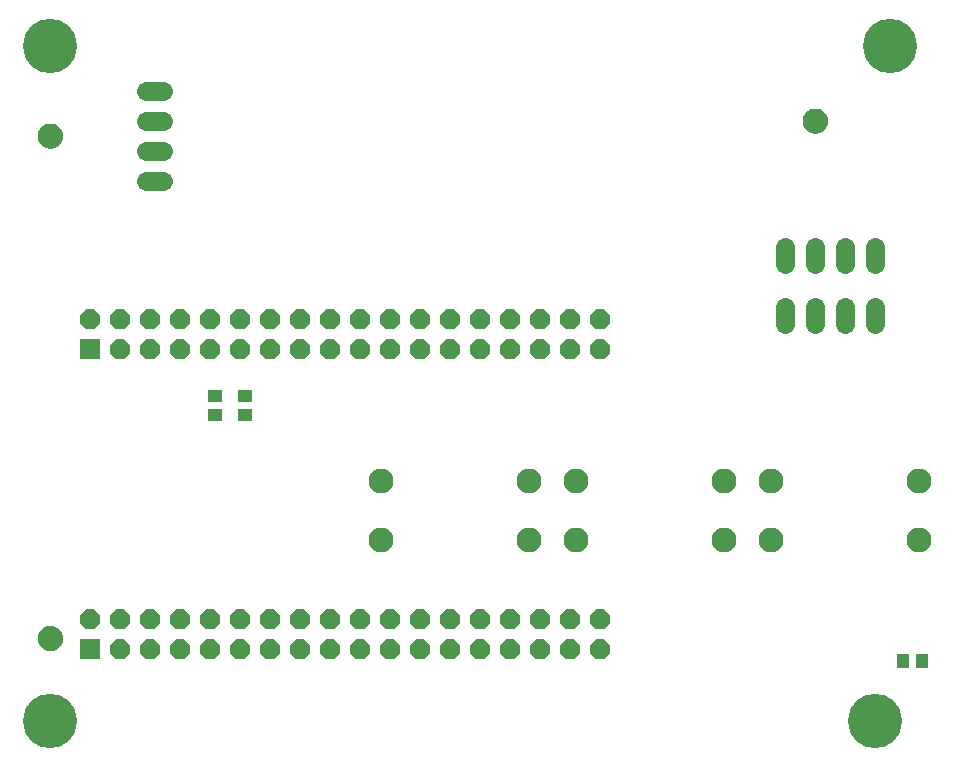
<source format=gbr>
G04 EAGLE Gerber RS-274X export*
G75*
%MOMM*%
%FSLAX34Y34*%
%LPD*%
%INSoldermask Top*%
%IPPOS*%
%AMOC8*
5,1,8,0,0,1.08239X$1,22.5*%
G01*
%ADD10C,0.609600*%
%ADD11C,1.168400*%
%ADD12C,4.597400*%
%ADD13R,1.183641X1.102359*%
%ADD14R,1.102359X1.183641*%
%ADD15C,2.112400*%
%ADD16R,1.676400X1.676400*%
%ADD17P,1.814519X8X22.500000*%
%ADD18C,1.574800*%


D10*
X55880Y539750D02*
X55882Y539937D01*
X55889Y540124D01*
X55901Y540311D01*
X55917Y540497D01*
X55937Y540683D01*
X55962Y540868D01*
X55992Y541053D01*
X56026Y541237D01*
X56065Y541420D01*
X56108Y541602D01*
X56156Y541782D01*
X56208Y541962D01*
X56265Y542140D01*
X56325Y542317D01*
X56391Y542492D01*
X56460Y542666D01*
X56534Y542838D01*
X56612Y543008D01*
X56694Y543176D01*
X56780Y543342D01*
X56870Y543506D01*
X56964Y543667D01*
X57062Y543827D01*
X57164Y543983D01*
X57270Y544138D01*
X57380Y544289D01*
X57493Y544438D01*
X57610Y544584D01*
X57730Y544727D01*
X57854Y544867D01*
X57981Y545004D01*
X58112Y545138D01*
X58246Y545269D01*
X58383Y545396D01*
X58523Y545520D01*
X58666Y545640D01*
X58812Y545757D01*
X58961Y545870D01*
X59112Y545980D01*
X59267Y546086D01*
X59423Y546188D01*
X59583Y546286D01*
X59744Y546380D01*
X59908Y546470D01*
X60074Y546556D01*
X60242Y546638D01*
X60412Y546716D01*
X60584Y546790D01*
X60758Y546859D01*
X60933Y546925D01*
X61110Y546985D01*
X61288Y547042D01*
X61468Y547094D01*
X61648Y547142D01*
X61830Y547185D01*
X62013Y547224D01*
X62197Y547258D01*
X62382Y547288D01*
X62567Y547313D01*
X62753Y547333D01*
X62939Y547349D01*
X63126Y547361D01*
X63313Y547368D01*
X63500Y547370D01*
X63687Y547368D01*
X63874Y547361D01*
X64061Y547349D01*
X64247Y547333D01*
X64433Y547313D01*
X64618Y547288D01*
X64803Y547258D01*
X64987Y547224D01*
X65170Y547185D01*
X65352Y547142D01*
X65532Y547094D01*
X65712Y547042D01*
X65890Y546985D01*
X66067Y546925D01*
X66242Y546859D01*
X66416Y546790D01*
X66588Y546716D01*
X66758Y546638D01*
X66926Y546556D01*
X67092Y546470D01*
X67256Y546380D01*
X67417Y546286D01*
X67577Y546188D01*
X67733Y546086D01*
X67888Y545980D01*
X68039Y545870D01*
X68188Y545757D01*
X68334Y545640D01*
X68477Y545520D01*
X68617Y545396D01*
X68754Y545269D01*
X68888Y545138D01*
X69019Y545004D01*
X69146Y544867D01*
X69270Y544727D01*
X69390Y544584D01*
X69507Y544438D01*
X69620Y544289D01*
X69730Y544138D01*
X69836Y543983D01*
X69938Y543827D01*
X70036Y543667D01*
X70130Y543506D01*
X70220Y543342D01*
X70306Y543176D01*
X70388Y543008D01*
X70466Y542838D01*
X70540Y542666D01*
X70609Y542492D01*
X70675Y542317D01*
X70735Y542140D01*
X70792Y541962D01*
X70844Y541782D01*
X70892Y541602D01*
X70935Y541420D01*
X70974Y541237D01*
X71008Y541053D01*
X71038Y540868D01*
X71063Y540683D01*
X71083Y540497D01*
X71099Y540311D01*
X71111Y540124D01*
X71118Y539937D01*
X71120Y539750D01*
X71118Y539563D01*
X71111Y539376D01*
X71099Y539189D01*
X71083Y539003D01*
X71063Y538817D01*
X71038Y538632D01*
X71008Y538447D01*
X70974Y538263D01*
X70935Y538080D01*
X70892Y537898D01*
X70844Y537718D01*
X70792Y537538D01*
X70735Y537360D01*
X70675Y537183D01*
X70609Y537008D01*
X70540Y536834D01*
X70466Y536662D01*
X70388Y536492D01*
X70306Y536324D01*
X70220Y536158D01*
X70130Y535994D01*
X70036Y535833D01*
X69938Y535673D01*
X69836Y535517D01*
X69730Y535362D01*
X69620Y535211D01*
X69507Y535062D01*
X69390Y534916D01*
X69270Y534773D01*
X69146Y534633D01*
X69019Y534496D01*
X68888Y534362D01*
X68754Y534231D01*
X68617Y534104D01*
X68477Y533980D01*
X68334Y533860D01*
X68188Y533743D01*
X68039Y533630D01*
X67888Y533520D01*
X67733Y533414D01*
X67577Y533312D01*
X67417Y533214D01*
X67256Y533120D01*
X67092Y533030D01*
X66926Y532944D01*
X66758Y532862D01*
X66588Y532784D01*
X66416Y532710D01*
X66242Y532641D01*
X66067Y532575D01*
X65890Y532515D01*
X65712Y532458D01*
X65532Y532406D01*
X65352Y532358D01*
X65170Y532315D01*
X64987Y532276D01*
X64803Y532242D01*
X64618Y532212D01*
X64433Y532187D01*
X64247Y532167D01*
X64061Y532151D01*
X63874Y532139D01*
X63687Y532132D01*
X63500Y532130D01*
X63313Y532132D01*
X63126Y532139D01*
X62939Y532151D01*
X62753Y532167D01*
X62567Y532187D01*
X62382Y532212D01*
X62197Y532242D01*
X62013Y532276D01*
X61830Y532315D01*
X61648Y532358D01*
X61468Y532406D01*
X61288Y532458D01*
X61110Y532515D01*
X60933Y532575D01*
X60758Y532641D01*
X60584Y532710D01*
X60412Y532784D01*
X60242Y532862D01*
X60074Y532944D01*
X59908Y533030D01*
X59744Y533120D01*
X59583Y533214D01*
X59423Y533312D01*
X59267Y533414D01*
X59112Y533520D01*
X58961Y533630D01*
X58812Y533743D01*
X58666Y533860D01*
X58523Y533980D01*
X58383Y534104D01*
X58246Y534231D01*
X58112Y534362D01*
X57981Y534496D01*
X57854Y534633D01*
X57730Y534773D01*
X57610Y534916D01*
X57493Y535062D01*
X57380Y535211D01*
X57270Y535362D01*
X57164Y535517D01*
X57062Y535673D01*
X56964Y535833D01*
X56870Y535994D01*
X56780Y536158D01*
X56694Y536324D01*
X56612Y536492D01*
X56534Y536662D01*
X56460Y536834D01*
X56391Y537008D01*
X56325Y537183D01*
X56265Y537360D01*
X56208Y537538D01*
X56156Y537718D01*
X56108Y537898D01*
X56065Y538080D01*
X56026Y538263D01*
X55992Y538447D01*
X55962Y538632D01*
X55937Y538817D01*
X55917Y539003D01*
X55901Y539189D01*
X55889Y539376D01*
X55882Y539563D01*
X55880Y539750D01*
D11*
X63500Y539750D03*
D10*
X55880Y114300D02*
X55882Y114487D01*
X55889Y114674D01*
X55901Y114861D01*
X55917Y115047D01*
X55937Y115233D01*
X55962Y115418D01*
X55992Y115603D01*
X56026Y115787D01*
X56065Y115970D01*
X56108Y116152D01*
X56156Y116332D01*
X56208Y116512D01*
X56265Y116690D01*
X56325Y116867D01*
X56391Y117042D01*
X56460Y117216D01*
X56534Y117388D01*
X56612Y117558D01*
X56694Y117726D01*
X56780Y117892D01*
X56870Y118056D01*
X56964Y118217D01*
X57062Y118377D01*
X57164Y118533D01*
X57270Y118688D01*
X57380Y118839D01*
X57493Y118988D01*
X57610Y119134D01*
X57730Y119277D01*
X57854Y119417D01*
X57981Y119554D01*
X58112Y119688D01*
X58246Y119819D01*
X58383Y119946D01*
X58523Y120070D01*
X58666Y120190D01*
X58812Y120307D01*
X58961Y120420D01*
X59112Y120530D01*
X59267Y120636D01*
X59423Y120738D01*
X59583Y120836D01*
X59744Y120930D01*
X59908Y121020D01*
X60074Y121106D01*
X60242Y121188D01*
X60412Y121266D01*
X60584Y121340D01*
X60758Y121409D01*
X60933Y121475D01*
X61110Y121535D01*
X61288Y121592D01*
X61468Y121644D01*
X61648Y121692D01*
X61830Y121735D01*
X62013Y121774D01*
X62197Y121808D01*
X62382Y121838D01*
X62567Y121863D01*
X62753Y121883D01*
X62939Y121899D01*
X63126Y121911D01*
X63313Y121918D01*
X63500Y121920D01*
X63687Y121918D01*
X63874Y121911D01*
X64061Y121899D01*
X64247Y121883D01*
X64433Y121863D01*
X64618Y121838D01*
X64803Y121808D01*
X64987Y121774D01*
X65170Y121735D01*
X65352Y121692D01*
X65532Y121644D01*
X65712Y121592D01*
X65890Y121535D01*
X66067Y121475D01*
X66242Y121409D01*
X66416Y121340D01*
X66588Y121266D01*
X66758Y121188D01*
X66926Y121106D01*
X67092Y121020D01*
X67256Y120930D01*
X67417Y120836D01*
X67577Y120738D01*
X67733Y120636D01*
X67888Y120530D01*
X68039Y120420D01*
X68188Y120307D01*
X68334Y120190D01*
X68477Y120070D01*
X68617Y119946D01*
X68754Y119819D01*
X68888Y119688D01*
X69019Y119554D01*
X69146Y119417D01*
X69270Y119277D01*
X69390Y119134D01*
X69507Y118988D01*
X69620Y118839D01*
X69730Y118688D01*
X69836Y118533D01*
X69938Y118377D01*
X70036Y118217D01*
X70130Y118056D01*
X70220Y117892D01*
X70306Y117726D01*
X70388Y117558D01*
X70466Y117388D01*
X70540Y117216D01*
X70609Y117042D01*
X70675Y116867D01*
X70735Y116690D01*
X70792Y116512D01*
X70844Y116332D01*
X70892Y116152D01*
X70935Y115970D01*
X70974Y115787D01*
X71008Y115603D01*
X71038Y115418D01*
X71063Y115233D01*
X71083Y115047D01*
X71099Y114861D01*
X71111Y114674D01*
X71118Y114487D01*
X71120Y114300D01*
X71118Y114113D01*
X71111Y113926D01*
X71099Y113739D01*
X71083Y113553D01*
X71063Y113367D01*
X71038Y113182D01*
X71008Y112997D01*
X70974Y112813D01*
X70935Y112630D01*
X70892Y112448D01*
X70844Y112268D01*
X70792Y112088D01*
X70735Y111910D01*
X70675Y111733D01*
X70609Y111558D01*
X70540Y111384D01*
X70466Y111212D01*
X70388Y111042D01*
X70306Y110874D01*
X70220Y110708D01*
X70130Y110544D01*
X70036Y110383D01*
X69938Y110223D01*
X69836Y110067D01*
X69730Y109912D01*
X69620Y109761D01*
X69507Y109612D01*
X69390Y109466D01*
X69270Y109323D01*
X69146Y109183D01*
X69019Y109046D01*
X68888Y108912D01*
X68754Y108781D01*
X68617Y108654D01*
X68477Y108530D01*
X68334Y108410D01*
X68188Y108293D01*
X68039Y108180D01*
X67888Y108070D01*
X67733Y107964D01*
X67577Y107862D01*
X67417Y107764D01*
X67256Y107670D01*
X67092Y107580D01*
X66926Y107494D01*
X66758Y107412D01*
X66588Y107334D01*
X66416Y107260D01*
X66242Y107191D01*
X66067Y107125D01*
X65890Y107065D01*
X65712Y107008D01*
X65532Y106956D01*
X65352Y106908D01*
X65170Y106865D01*
X64987Y106826D01*
X64803Y106792D01*
X64618Y106762D01*
X64433Y106737D01*
X64247Y106717D01*
X64061Y106701D01*
X63874Y106689D01*
X63687Y106682D01*
X63500Y106680D01*
X63313Y106682D01*
X63126Y106689D01*
X62939Y106701D01*
X62753Y106717D01*
X62567Y106737D01*
X62382Y106762D01*
X62197Y106792D01*
X62013Y106826D01*
X61830Y106865D01*
X61648Y106908D01*
X61468Y106956D01*
X61288Y107008D01*
X61110Y107065D01*
X60933Y107125D01*
X60758Y107191D01*
X60584Y107260D01*
X60412Y107334D01*
X60242Y107412D01*
X60074Y107494D01*
X59908Y107580D01*
X59744Y107670D01*
X59583Y107764D01*
X59423Y107862D01*
X59267Y107964D01*
X59112Y108070D01*
X58961Y108180D01*
X58812Y108293D01*
X58666Y108410D01*
X58523Y108530D01*
X58383Y108654D01*
X58246Y108781D01*
X58112Y108912D01*
X57981Y109046D01*
X57854Y109183D01*
X57730Y109323D01*
X57610Y109466D01*
X57493Y109612D01*
X57380Y109761D01*
X57270Y109912D01*
X57164Y110067D01*
X57062Y110223D01*
X56964Y110383D01*
X56870Y110544D01*
X56780Y110708D01*
X56694Y110874D01*
X56612Y111042D01*
X56534Y111212D01*
X56460Y111384D01*
X56391Y111558D01*
X56325Y111733D01*
X56265Y111910D01*
X56208Y112088D01*
X56156Y112268D01*
X56108Y112448D01*
X56065Y112630D01*
X56026Y112813D01*
X55992Y112997D01*
X55962Y113182D01*
X55937Y113367D01*
X55917Y113553D01*
X55901Y113739D01*
X55889Y113926D01*
X55882Y114113D01*
X55880Y114300D01*
D11*
X63500Y114300D03*
D10*
X703580Y552450D02*
X703582Y552637D01*
X703589Y552824D01*
X703601Y553011D01*
X703617Y553197D01*
X703637Y553383D01*
X703662Y553568D01*
X703692Y553753D01*
X703726Y553937D01*
X703765Y554120D01*
X703808Y554302D01*
X703856Y554482D01*
X703908Y554662D01*
X703965Y554840D01*
X704025Y555017D01*
X704091Y555192D01*
X704160Y555366D01*
X704234Y555538D01*
X704312Y555708D01*
X704394Y555876D01*
X704480Y556042D01*
X704570Y556206D01*
X704664Y556367D01*
X704762Y556527D01*
X704864Y556683D01*
X704970Y556838D01*
X705080Y556989D01*
X705193Y557138D01*
X705310Y557284D01*
X705430Y557427D01*
X705554Y557567D01*
X705681Y557704D01*
X705812Y557838D01*
X705946Y557969D01*
X706083Y558096D01*
X706223Y558220D01*
X706366Y558340D01*
X706512Y558457D01*
X706661Y558570D01*
X706812Y558680D01*
X706967Y558786D01*
X707123Y558888D01*
X707283Y558986D01*
X707444Y559080D01*
X707608Y559170D01*
X707774Y559256D01*
X707942Y559338D01*
X708112Y559416D01*
X708284Y559490D01*
X708458Y559559D01*
X708633Y559625D01*
X708810Y559685D01*
X708988Y559742D01*
X709168Y559794D01*
X709348Y559842D01*
X709530Y559885D01*
X709713Y559924D01*
X709897Y559958D01*
X710082Y559988D01*
X710267Y560013D01*
X710453Y560033D01*
X710639Y560049D01*
X710826Y560061D01*
X711013Y560068D01*
X711200Y560070D01*
X711387Y560068D01*
X711574Y560061D01*
X711761Y560049D01*
X711947Y560033D01*
X712133Y560013D01*
X712318Y559988D01*
X712503Y559958D01*
X712687Y559924D01*
X712870Y559885D01*
X713052Y559842D01*
X713232Y559794D01*
X713412Y559742D01*
X713590Y559685D01*
X713767Y559625D01*
X713942Y559559D01*
X714116Y559490D01*
X714288Y559416D01*
X714458Y559338D01*
X714626Y559256D01*
X714792Y559170D01*
X714956Y559080D01*
X715117Y558986D01*
X715277Y558888D01*
X715433Y558786D01*
X715588Y558680D01*
X715739Y558570D01*
X715888Y558457D01*
X716034Y558340D01*
X716177Y558220D01*
X716317Y558096D01*
X716454Y557969D01*
X716588Y557838D01*
X716719Y557704D01*
X716846Y557567D01*
X716970Y557427D01*
X717090Y557284D01*
X717207Y557138D01*
X717320Y556989D01*
X717430Y556838D01*
X717536Y556683D01*
X717638Y556527D01*
X717736Y556367D01*
X717830Y556206D01*
X717920Y556042D01*
X718006Y555876D01*
X718088Y555708D01*
X718166Y555538D01*
X718240Y555366D01*
X718309Y555192D01*
X718375Y555017D01*
X718435Y554840D01*
X718492Y554662D01*
X718544Y554482D01*
X718592Y554302D01*
X718635Y554120D01*
X718674Y553937D01*
X718708Y553753D01*
X718738Y553568D01*
X718763Y553383D01*
X718783Y553197D01*
X718799Y553011D01*
X718811Y552824D01*
X718818Y552637D01*
X718820Y552450D01*
X718818Y552263D01*
X718811Y552076D01*
X718799Y551889D01*
X718783Y551703D01*
X718763Y551517D01*
X718738Y551332D01*
X718708Y551147D01*
X718674Y550963D01*
X718635Y550780D01*
X718592Y550598D01*
X718544Y550418D01*
X718492Y550238D01*
X718435Y550060D01*
X718375Y549883D01*
X718309Y549708D01*
X718240Y549534D01*
X718166Y549362D01*
X718088Y549192D01*
X718006Y549024D01*
X717920Y548858D01*
X717830Y548694D01*
X717736Y548533D01*
X717638Y548373D01*
X717536Y548217D01*
X717430Y548062D01*
X717320Y547911D01*
X717207Y547762D01*
X717090Y547616D01*
X716970Y547473D01*
X716846Y547333D01*
X716719Y547196D01*
X716588Y547062D01*
X716454Y546931D01*
X716317Y546804D01*
X716177Y546680D01*
X716034Y546560D01*
X715888Y546443D01*
X715739Y546330D01*
X715588Y546220D01*
X715433Y546114D01*
X715277Y546012D01*
X715117Y545914D01*
X714956Y545820D01*
X714792Y545730D01*
X714626Y545644D01*
X714458Y545562D01*
X714288Y545484D01*
X714116Y545410D01*
X713942Y545341D01*
X713767Y545275D01*
X713590Y545215D01*
X713412Y545158D01*
X713232Y545106D01*
X713052Y545058D01*
X712870Y545015D01*
X712687Y544976D01*
X712503Y544942D01*
X712318Y544912D01*
X712133Y544887D01*
X711947Y544867D01*
X711761Y544851D01*
X711574Y544839D01*
X711387Y544832D01*
X711200Y544830D01*
X711013Y544832D01*
X710826Y544839D01*
X710639Y544851D01*
X710453Y544867D01*
X710267Y544887D01*
X710082Y544912D01*
X709897Y544942D01*
X709713Y544976D01*
X709530Y545015D01*
X709348Y545058D01*
X709168Y545106D01*
X708988Y545158D01*
X708810Y545215D01*
X708633Y545275D01*
X708458Y545341D01*
X708284Y545410D01*
X708112Y545484D01*
X707942Y545562D01*
X707774Y545644D01*
X707608Y545730D01*
X707444Y545820D01*
X707283Y545914D01*
X707123Y546012D01*
X706967Y546114D01*
X706812Y546220D01*
X706661Y546330D01*
X706512Y546443D01*
X706366Y546560D01*
X706223Y546680D01*
X706083Y546804D01*
X705946Y546931D01*
X705812Y547062D01*
X705681Y547196D01*
X705554Y547333D01*
X705430Y547473D01*
X705310Y547616D01*
X705193Y547762D01*
X705080Y547911D01*
X704970Y548062D01*
X704864Y548217D01*
X704762Y548373D01*
X704664Y548533D01*
X704570Y548694D01*
X704480Y548858D01*
X704394Y549024D01*
X704312Y549192D01*
X704234Y549362D01*
X704160Y549534D01*
X704091Y549708D01*
X704025Y549883D01*
X703965Y550060D01*
X703908Y550238D01*
X703856Y550418D01*
X703808Y550598D01*
X703765Y550780D01*
X703726Y550963D01*
X703692Y551147D01*
X703662Y551332D01*
X703637Y551517D01*
X703617Y551703D01*
X703601Y551889D01*
X703589Y552076D01*
X703582Y552263D01*
X703580Y552450D01*
D11*
X711200Y552450D03*
D12*
X762000Y44450D03*
X63500Y44450D03*
X774700Y615950D03*
X63500Y615950D03*
D13*
X228600Y319151D03*
X228600Y303149D03*
X203200Y319151D03*
X203200Y303149D03*
D14*
X785749Y95250D03*
X801751Y95250D03*
D15*
X799100Y197250D03*
X799100Y247250D03*
X674100Y247250D03*
X674100Y197250D03*
X634000Y197250D03*
X634000Y247250D03*
X509000Y247250D03*
X509000Y197250D03*
X468900Y197250D03*
X468900Y247250D03*
X343900Y247250D03*
X343900Y197250D03*
D16*
X97200Y105150D03*
D17*
X97200Y130550D03*
X122600Y105150D03*
X122600Y130550D03*
X148000Y105150D03*
X148000Y130550D03*
X173400Y105150D03*
X173400Y130550D03*
X198800Y105150D03*
X198800Y130550D03*
X224200Y105150D03*
X224200Y130550D03*
X249600Y105150D03*
X249600Y130550D03*
X275000Y105150D03*
X275000Y130550D03*
X300400Y105150D03*
X300400Y130550D03*
X325800Y105150D03*
X325800Y130550D03*
X351200Y105150D03*
X351200Y130550D03*
X376600Y105150D03*
X376600Y130550D03*
X402000Y105150D03*
X402000Y130550D03*
X427400Y105150D03*
X427400Y130550D03*
X452800Y105150D03*
X452800Y130550D03*
X478200Y105150D03*
X478200Y130550D03*
X503600Y105150D03*
X503600Y130550D03*
X529000Y105150D03*
X529000Y130550D03*
D16*
X97200Y359150D03*
D17*
X97200Y384550D03*
X122600Y359150D03*
X122600Y384550D03*
X148000Y359150D03*
X148000Y384550D03*
X173400Y359150D03*
X173400Y384550D03*
X198800Y359150D03*
X198800Y384550D03*
X224200Y359150D03*
X224200Y384550D03*
X249600Y359150D03*
X249600Y384550D03*
X275000Y359150D03*
X275000Y384550D03*
X300400Y359150D03*
X300400Y384550D03*
X325800Y359150D03*
X325800Y384550D03*
X351200Y359150D03*
X351200Y384550D03*
X376600Y359150D03*
X376600Y384550D03*
X402000Y359150D03*
X402000Y384550D03*
X427400Y359150D03*
X427400Y384550D03*
X452800Y359150D03*
X452800Y384550D03*
X478200Y359150D03*
X478200Y384550D03*
X503600Y359150D03*
X503600Y384550D03*
X529000Y359150D03*
X529000Y384550D03*
D18*
X685800Y431038D02*
X685800Y445262D01*
X711200Y445262D02*
X711200Y431038D01*
X736600Y431038D02*
X736600Y445262D01*
X762000Y445262D02*
X762000Y431038D01*
X685800Y394462D02*
X685800Y380238D01*
X711200Y380238D02*
X711200Y394462D01*
X736600Y394462D02*
X736600Y380238D01*
X762000Y380238D02*
X762000Y394462D01*
X159512Y577850D02*
X145288Y577850D01*
X145288Y552450D02*
X159512Y552450D01*
X159512Y527050D02*
X145288Y527050D01*
X145288Y501650D02*
X159512Y501650D01*
M02*

</source>
